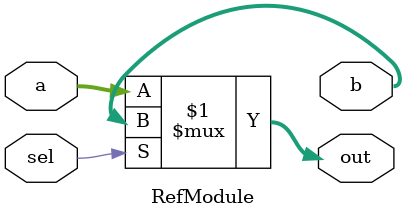
<source format=sv>

module RefModule (
  input [99:0] a,
  output [99:0] b,
  input sel,
  output [99:0] out
);

  assign out = sel ? b : a;

endmodule


</source>
